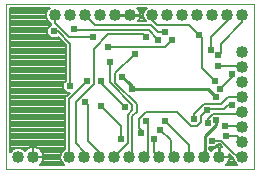
<source format=gbl>
G75*
G70*
%OFA0B0*%
%FSLAX24Y24*%
%IPPOS*%
%LPD*%
%AMOC8*
5,1,8,0,0,1.08239X$1,22.5*
%
%ADD10C,0.0000*%
%ADD11C,0.0400*%
%ADD12C,0.0100*%
%ADD13C,0.0240*%
%ADD14C,0.0080*%
%ADD15C,0.0060*%
D10*
X000383Y000420D02*
X000383Y005931D01*
X008650Y005931D01*
X008650Y000420D01*
X000383Y000420D01*
D11*
X000782Y000813D03*
X001282Y000813D03*
X002489Y000813D03*
X002989Y000813D03*
X003489Y000813D03*
X003989Y000813D03*
X004489Y000813D03*
X004989Y000813D03*
X005489Y000813D03*
X005989Y000813D03*
X006489Y000813D03*
X006989Y000813D03*
X007489Y000813D03*
X008257Y000813D03*
X008257Y001313D03*
X008257Y001813D03*
X008257Y002313D03*
X008257Y002813D03*
X008257Y003313D03*
X008257Y003813D03*
X008257Y004313D03*
X008257Y005538D03*
X007757Y005538D03*
X007257Y005538D03*
X006757Y005538D03*
X006257Y005538D03*
X005757Y005538D03*
X005257Y005538D03*
X004507Y005538D03*
X004007Y005538D03*
X003507Y005538D03*
X003007Y005538D03*
X002507Y005538D03*
X002007Y005538D03*
D12*
X004241Y003490D02*
X004438Y003313D01*
X004576Y003176D01*
X004576Y003097D01*
X007095Y003097D01*
X007391Y002802D01*
X007391Y002034D02*
X007391Y001896D01*
X006997Y001502D01*
X006997Y000813D01*
X006989Y000813D01*
D13*
X007253Y001365D03*
X007706Y001522D03*
X007666Y001837D03*
X007391Y002034D03*
X007095Y001935D03*
X006643Y002093D03*
X007076Y002368D03*
X007391Y002802D03*
X007509Y003097D03*
X007332Y003353D03*
X007922Y003569D03*
X007450Y003845D03*
X007450Y004199D03*
X007194Y004396D03*
X006820Y004868D03*
X005914Y004731D03*
X005678Y004967D03*
X005442Y004731D03*
X005028Y004829D03*
X004674Y004258D03*
X003828Y003983D03*
X004241Y003490D03*
X004576Y003097D03*
X003532Y003333D03*
X003060Y003333D03*
X002509Y003176D03*
X003020Y002664D03*
X003532Y002506D03*
X004359Y002467D03*
X005048Y002014D03*
X005520Y001719D03*
X005678Y002014D03*
X004891Y001601D03*
X005324Y001404D03*
X004202Y001404D03*
X007922Y002565D03*
X003788Y004494D03*
X003276Y004829D03*
X002627Y005085D03*
X001977Y005006D03*
D14*
X001757Y004973D02*
X000523Y004973D01*
X000523Y004894D02*
X001778Y004894D01*
X001757Y004915D02*
X001886Y004786D01*
X002068Y004786D01*
X002100Y004818D01*
X002379Y004539D01*
X002379Y003357D01*
X002289Y003267D01*
X002289Y003084D01*
X002418Y002956D01*
X002499Y002956D01*
X002435Y002892D01*
X002359Y002816D01*
X002359Y001084D01*
X002319Y001068D01*
X002235Y000983D01*
X002189Y000873D01*
X002189Y000754D01*
X002235Y000643D01*
X002318Y000560D01*
X001509Y000560D01*
X001546Y000597D01*
X001584Y000652D01*
X001609Y000714D01*
X001622Y000780D01*
X001622Y000803D01*
X001292Y000803D01*
X001292Y000823D01*
X001622Y000823D01*
X001622Y000847D01*
X001609Y000913D01*
X001584Y000974D01*
X001546Y001030D01*
X001499Y001077D01*
X001443Y001115D01*
X001381Y001140D01*
X001316Y001153D01*
X001292Y001153D01*
X001292Y000823D01*
X001272Y000823D01*
X001272Y001153D01*
X001249Y001153D01*
X001183Y001140D01*
X001121Y001115D01*
X001066Y001077D01*
X001018Y001030D01*
X001007Y001013D01*
X000952Y001068D01*
X000842Y001113D01*
X000723Y001113D01*
X000612Y001068D01*
X000528Y000983D01*
X000523Y000971D01*
X000523Y005791D01*
X001836Y005791D01*
X001752Y005708D01*
X001707Y005597D01*
X001707Y005478D01*
X001752Y005368D01*
X001837Y005283D01*
X001887Y005263D01*
X001887Y005228D01*
X001888Y005226D01*
X001886Y005226D01*
X001757Y005097D01*
X001757Y004915D01*
X001857Y004816D02*
X000523Y004816D01*
X000523Y004737D02*
X002181Y004737D01*
X002102Y004816D02*
X002098Y004816D01*
X002259Y004659D02*
X000523Y004659D01*
X000523Y004580D02*
X002338Y004580D01*
X002379Y004502D02*
X000523Y004502D01*
X000523Y004423D02*
X002379Y004423D01*
X002379Y004345D02*
X000523Y004345D01*
X000523Y004266D02*
X002379Y004266D01*
X002379Y004188D02*
X000523Y004188D01*
X000523Y004109D02*
X002379Y004109D01*
X002379Y004031D02*
X000523Y004031D01*
X000523Y003952D02*
X002379Y003952D01*
X002379Y003874D02*
X000523Y003874D01*
X000523Y003795D02*
X002379Y003795D01*
X002379Y003717D02*
X000523Y003717D01*
X000523Y003638D02*
X002379Y003638D01*
X002379Y003560D02*
X000523Y003560D01*
X000523Y003481D02*
X002379Y003481D01*
X002379Y003403D02*
X000523Y003403D01*
X000523Y003324D02*
X002346Y003324D01*
X002289Y003246D02*
X000523Y003246D01*
X000523Y003167D02*
X002289Y003167D01*
X002289Y003089D02*
X000523Y003089D01*
X000523Y003010D02*
X002363Y003010D01*
X002475Y002932D02*
X000523Y002932D01*
X000523Y002853D02*
X002396Y002853D01*
X002359Y002775D02*
X000523Y002775D01*
X000523Y002696D02*
X002359Y002696D01*
X002359Y002618D02*
X000523Y002618D01*
X000523Y002539D02*
X002359Y002539D01*
X002359Y002461D02*
X000523Y002461D01*
X000523Y002382D02*
X002359Y002382D01*
X002359Y002304D02*
X000523Y002304D01*
X000523Y002225D02*
X002359Y002225D01*
X002359Y002147D02*
X000523Y002147D01*
X000523Y002068D02*
X002359Y002068D01*
X002359Y001990D02*
X000523Y001990D01*
X000523Y001911D02*
X002359Y001911D01*
X002359Y001833D02*
X000523Y001833D01*
X000523Y001754D02*
X002359Y001754D01*
X002359Y001676D02*
X000523Y001676D01*
X000523Y001597D02*
X002359Y001597D01*
X002359Y001519D02*
X000523Y001519D01*
X000523Y001440D02*
X002359Y001440D01*
X002359Y001362D02*
X000523Y001362D01*
X000523Y001283D02*
X002359Y001283D01*
X002359Y001205D02*
X000523Y001205D01*
X000523Y001126D02*
X001149Y001126D01*
X001272Y001126D02*
X001292Y001126D01*
X001292Y001048D02*
X001272Y001048D01*
X001272Y000969D02*
X001292Y000969D01*
X001292Y000891D02*
X001272Y000891D01*
X001292Y000812D02*
X002189Y000812D01*
X002197Y000734D02*
X001613Y000734D01*
X001585Y000655D02*
X002230Y000655D01*
X002301Y000577D02*
X001526Y000577D01*
X001614Y000891D02*
X002196Y000891D01*
X002229Y000969D02*
X001586Y000969D01*
X001529Y001048D02*
X002299Y001048D01*
X002359Y001126D02*
X001416Y001126D01*
X001036Y001048D02*
X000972Y001048D01*
X000592Y001048D02*
X000523Y001048D01*
X007147Y001073D02*
X007147Y001159D01*
X007162Y001145D01*
X007344Y001145D01*
X007434Y001235D01*
X007494Y001235D01*
X007589Y001140D01*
X007588Y001140D01*
X007522Y001153D01*
X007499Y001153D01*
X007499Y000823D01*
X007829Y000823D01*
X007829Y000847D01*
X007816Y000913D01*
X007868Y000860D01*
X007957Y000772D01*
X007957Y000754D01*
X008002Y000643D01*
X008086Y000560D01*
X007716Y000560D01*
X007753Y000597D01*
X007790Y000652D01*
X007816Y000714D01*
X007829Y000780D01*
X007829Y000803D01*
X007499Y000803D01*
X007499Y000823D01*
X007479Y000823D01*
X007479Y001153D01*
X007455Y001153D01*
X007390Y001140D01*
X007328Y001115D01*
X007272Y001077D01*
X007225Y001030D01*
X007214Y001013D01*
X007159Y001068D01*
X007147Y001073D01*
X007179Y001048D02*
X007242Y001048D01*
X007147Y001126D02*
X007356Y001126D01*
X007404Y001205D02*
X007524Y001205D01*
X007499Y001126D02*
X007479Y001126D01*
X007479Y001048D02*
X007499Y001048D01*
X007499Y000969D02*
X007479Y000969D01*
X007479Y000891D02*
X007499Y000891D01*
X007499Y000812D02*
X007917Y000812D01*
X007868Y000860D02*
X007868Y000860D01*
X007838Y000891D02*
X007820Y000891D01*
X007816Y000913D02*
X007816Y000913D01*
X007820Y000734D02*
X007965Y000734D01*
X007998Y000655D02*
X007791Y000655D01*
X007733Y000577D02*
X008069Y000577D01*
X001757Y005051D02*
X000523Y005051D01*
X000523Y005130D02*
X001789Y005130D01*
X001868Y005208D02*
X000523Y005208D01*
X000523Y005287D02*
X001834Y005287D01*
X001755Y005365D02*
X000523Y005365D01*
X000523Y005444D02*
X001721Y005444D01*
X001707Y005522D02*
X000523Y005522D01*
X000523Y005601D02*
X001708Y005601D01*
X001741Y005679D02*
X000523Y005679D01*
X000523Y005758D02*
X001802Y005758D01*
X004017Y005548D02*
X004497Y005548D01*
X004497Y005528D01*
X004167Y005528D01*
X004017Y005528D01*
X004017Y005548D01*
X004517Y005548D02*
X004847Y005548D01*
X004847Y005571D01*
X004834Y005637D01*
X004808Y005699D01*
X004771Y005754D01*
X004734Y005791D01*
X005086Y005791D01*
X005002Y005708D01*
X004957Y005597D01*
X004957Y005478D01*
X005002Y005368D01*
X005037Y005333D01*
X005003Y005333D01*
X004948Y005333D01*
X004896Y005333D01*
X004896Y005333D01*
X004779Y005333D01*
X004808Y005377D01*
X004834Y005439D01*
X004847Y005504D01*
X004847Y005528D01*
X004517Y005528D01*
X004517Y005548D01*
X004816Y005679D02*
X004991Y005679D01*
X004958Y005601D02*
X004841Y005601D01*
X004847Y005522D02*
X004957Y005522D01*
X004971Y005444D02*
X004835Y005444D01*
X004800Y005365D02*
X005005Y005365D01*
X005003Y005333D02*
X005003Y005333D01*
X005052Y005758D02*
X004768Y005758D01*
D15*
X005257Y005538D02*
X005265Y005538D01*
X005265Y005361D01*
X005422Y005203D01*
X006485Y005203D01*
X006820Y004868D01*
X006918Y004770D01*
X006918Y003766D01*
X007332Y003353D01*
X007509Y003097D02*
X007902Y003490D01*
X007922Y003510D01*
X007922Y003569D01*
X008217Y003845D02*
X008257Y003805D01*
X008257Y003805D01*
X008257Y003805D01*
X008257Y003805D01*
X008257Y003813D01*
X008217Y003845D02*
X007450Y003845D01*
X007450Y004199D02*
X007548Y004298D01*
X007548Y004593D01*
X008257Y005302D01*
X008257Y005538D01*
X008257Y005538D01*
X008243Y005520D01*
X007765Y005538D02*
X007765Y005380D01*
X007194Y004809D01*
X007194Y004396D01*
X005914Y004731D02*
X005678Y004494D01*
X003788Y004494D01*
X003788Y004908D02*
X003296Y004416D01*
X003296Y003254D01*
X002706Y002664D01*
X002706Y001266D01*
X002981Y000990D01*
X002981Y000813D01*
X002981Y000813D01*
X002989Y000813D01*
X003473Y000813D02*
X003489Y000813D01*
X003473Y000813D02*
X003473Y000990D01*
X003119Y001345D01*
X003119Y002329D01*
X003119Y002565D01*
X003020Y002664D01*
X003532Y002506D02*
X004202Y001837D01*
X004202Y001404D01*
X004438Y001266D02*
X004005Y000833D01*
X004005Y000813D01*
X003989Y000813D01*
X004489Y000813D02*
X004497Y000813D01*
X004576Y000892D01*
X004576Y002172D01*
X004733Y002329D01*
X004733Y002585D01*
X004024Y003294D01*
X004024Y003609D01*
X004674Y004258D01*
X003828Y003983D02*
X003828Y003313D01*
X004576Y002565D01*
X004576Y002368D01*
X004438Y002231D01*
X004438Y001266D01*
X004891Y001601D02*
X004891Y001699D01*
X004812Y001778D01*
X004812Y002093D01*
X005028Y002309D01*
X006091Y002309D01*
X006544Y001857D01*
X006741Y001857D01*
X006780Y001896D01*
X006879Y001994D01*
X006879Y002172D01*
X007056Y002349D01*
X007076Y002368D01*
X007076Y002368D01*
X007135Y002428D01*
X007627Y002428D01*
X007765Y002565D01*
X007765Y002565D01*
X007922Y002565D01*
X007922Y002565D01*
X007765Y002802D02*
X007548Y002585D01*
X007253Y002585D01*
X007174Y002585D01*
X006977Y002585D01*
X006643Y002250D01*
X006643Y002093D01*
X007095Y002073D02*
X007095Y001935D01*
X007095Y002073D02*
X007272Y002250D01*
X007568Y002250D01*
X007942Y002250D01*
X008198Y002250D01*
X008257Y002309D01*
X008257Y002313D01*
X008296Y001837D02*
X007666Y001837D01*
X007706Y001522D02*
X008060Y001522D01*
X008257Y001325D01*
X008257Y001313D01*
X007922Y000990D02*
X008099Y000813D01*
X008257Y000813D01*
X007922Y000990D02*
X007922Y000990D01*
X007548Y001365D01*
X007253Y001365D01*
X006485Y001207D02*
X005678Y002014D01*
X005520Y001719D02*
X005875Y001384D01*
X005875Y000912D01*
X005973Y000813D01*
X005989Y000813D01*
X006485Y000813D02*
X006489Y000813D01*
X006485Y000813D02*
X006485Y000833D01*
X006485Y001207D01*
X005489Y000813D02*
X005481Y000813D01*
X005422Y000872D01*
X005324Y000971D01*
X005324Y001404D01*
X005107Y000912D02*
X005009Y000813D01*
X005009Y000813D01*
X004989Y000813D01*
X005107Y000912D02*
X005107Y001955D01*
X005048Y002014D01*
X005048Y002014D01*
X004359Y002467D02*
X003532Y003294D01*
X003532Y003333D01*
X003060Y003333D02*
X002489Y002762D01*
X002489Y000813D01*
X002509Y003176D02*
X002509Y004593D01*
X002095Y005006D01*
X001977Y005006D01*
X002017Y005282D02*
X002017Y005538D01*
X002007Y005538D01*
X002017Y005282D02*
X002469Y004829D01*
X003276Y004829D01*
X003788Y004908D02*
X004950Y004908D01*
X005028Y004829D01*
X005127Y005046D02*
X002666Y005046D01*
X002627Y005085D01*
X003001Y005538D02*
X003335Y005203D01*
X004950Y005203D01*
X005206Y005203D01*
X005442Y004967D01*
X005678Y004967D01*
X005442Y004731D02*
X005127Y005046D01*
X003007Y005538D02*
X003001Y005538D01*
X007757Y005538D02*
X007765Y005538D01*
X007765Y002802D02*
X008257Y002802D01*
X008257Y002813D01*
X008296Y001837D02*
X008257Y001813D01*
M02*

</source>
